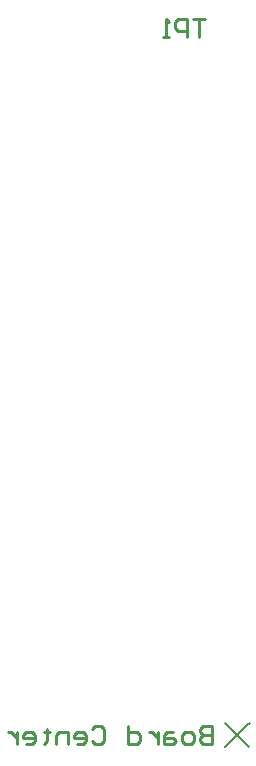
<source format=gbr>
%TF.GenerationSoftware,Altium Limited,Altium Designer,24.2.2 (26)*%
G04 Layer_Color=32896*
%FSLAX25Y25*%
%MOIN*%
%TF.SameCoordinates,61B93A5C-ACDD-4E93-83ED-5FE4BE46D4D4*%
%TF.FilePolarity,Positive*%
%TF.FileFunction,Legend,Bot*%
%TF.Part,Single*%
G01*
G75*
%TA.AperFunction,NonConductor*%
%ADD21C,0.01000*%
%ADD23C,0.00600*%
D21*
X358268Y362205D02*
X358268D01*
X345800Y361298D02*
Y355300D01*
X342801D01*
X341801Y356300D01*
Y357299D01*
X342801Y358299D01*
X345800D01*
X342801D01*
X341801Y359299D01*
Y360298D01*
X342801Y361298D01*
X345800D01*
X338802Y355300D02*
X336803D01*
X335803Y356300D01*
Y358299D01*
X336803Y359299D01*
X338802D01*
X339802Y358299D01*
Y356300D01*
X338802Y355300D01*
X332804Y359299D02*
X330805D01*
X329805Y358299D01*
Y355300D01*
X332804D01*
X333804Y356300D01*
X332804Y357299D01*
X329805D01*
X327806Y359299D02*
Y355300D01*
Y357299D01*
X326806Y358299D01*
X325806Y359299D01*
X324807D01*
X317809Y361298D02*
Y355300D01*
X320808D01*
X321808Y356300D01*
Y358299D01*
X320808Y359299D01*
X317809D01*
X305813Y360298D02*
X306813Y361298D01*
X308812D01*
X309812Y360298D01*
Y356300D01*
X308812Y355300D01*
X306813D01*
X305813Y356300D01*
X300815Y355300D02*
X302814D01*
X303814Y356300D01*
Y358299D01*
X302814Y359299D01*
X300815D01*
X299815Y358299D01*
Y357299D01*
X303814D01*
X297815Y355300D02*
Y359299D01*
X294816D01*
X293817Y358299D01*
Y355300D01*
X290818Y360298D02*
Y359299D01*
X291817D01*
X289818D01*
X290818D01*
Y356300D01*
X289818Y355300D01*
X283820D02*
X285819D01*
X286819Y356300D01*
Y358299D01*
X285819Y359299D01*
X283820D01*
X282820Y358299D01*
Y357299D01*
X286819D01*
X280821Y359299D02*
Y355300D01*
Y357299D01*
X279821Y358299D01*
X278822Y359299D01*
X277822D01*
X343700Y596798D02*
X339701D01*
X341701D01*
Y590800D01*
X337702D02*
Y596798D01*
X334703D01*
X333703Y595798D01*
Y593799D01*
X334703Y592799D01*
X337702D01*
X331704Y590800D02*
X329704D01*
X330704D01*
Y596798D01*
X331704Y595798D01*
D23*
X350394Y354331D02*
X358268Y362205D01*
X350394D02*
X350394D01*
X350394Y354331D02*
X350394D01*
Y362205D02*
X358268Y354331D01*
%TF.MD5,eb8d38a6ea30b77d75cf66861cfa79fc*%
M02*

</source>
